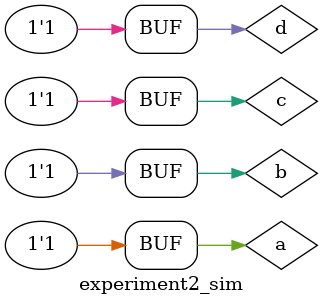
<source format=v>
`timescale 1ns / 1ps
`timescale 1ns / 1ps
//////////////////////////////////////////////////////////////////////////////////
// Company: 
// Engineer: 
// 
// Create Date: 17.03.2021 09:34:51
// Design Name: 
// Module Name: experiment1_sim
// Project Name: 
// Target Devices: 
// Tool Versions: 
// Description: 
// 
// Dependencies: 
// 
// Revision:
// Revision 0.01 - File Created
// Additional Comments:
// 
//////////////////////////////////////////////////////////////////////////////////

module experiment2_sim(

    );
    
    reg a;
    reg b;
    reg c;
    reg d;
    //Outputs
    wire f1;
    wire f2;
    wire f3;
    wire f4f2;
    wire f4f3;
   
    
    experiment2 uut(.A(a),.B(b),.C(c),.D(d),.F1(f1),.F2(f2),.F3(f3),.F4F2(f4f2),.F4F3(f4f3));
    
    initial begin
        a=0; b=0; c=0; d=0; #10;
        a=0; b=0; c=0; d=1; #10;
        a=0; b=0; c=1; d=0; #10;
        a=0; b=0; c=1; d=1; #10;
        a=0; b=1; c=0; d=0; #10;
        a=0; b=1; c=0; d=1; #10;
        a=0; b=1; c=1; d=0; #10;
        a=0; b=1; c=1; d=1; #10;
        a=1; b=0; c=0; d=0; #10;
        a=1; b=0; c=0; d=1; #10;
        a=1; b=0; c=1; d=0; #10;
        a=1; b=0; c=1; d=1; #10;
        a=1; b=1; c=0; d=0; #10;
        a=1; b=1; c=0; d=1; #10;
        a=1; b=1; c=1; d=0; #10;
        a=1; b=1; c=1; d=1; #10;
    end
    
    
endmodule
</source>
